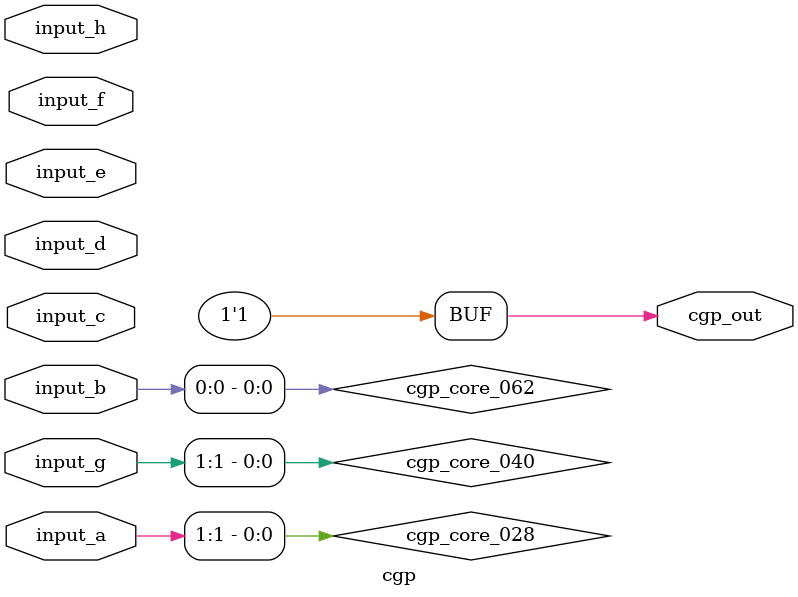
<source format=v>
module cgp(input [1:0] input_a, input [1:0] input_b, input [1:0] input_c, input [1:0] input_d, input [1:0] input_e, input [1:0] input_f, input [1:0] input_g, input [1:0] input_h, output [0:0] cgp_out);
  wire cgp_core_021;
  wire cgp_core_022;
  wire cgp_core_023;
  wire cgp_core_024;
  wire cgp_core_026;
  wire cgp_core_027;
  wire cgp_core_028;
  wire cgp_core_029;
  wire cgp_core_030;
  wire cgp_core_031;
  wire cgp_core_032;
  wire cgp_core_034;
  wire cgp_core_035;
  wire cgp_core_036;
  wire cgp_core_037;
  wire cgp_core_038;
  wire cgp_core_039;
  wire cgp_core_040;
  wire cgp_core_041;
  wire cgp_core_047;
  wire cgp_core_048;
  wire cgp_core_049;
  wire cgp_core_050;
  wire cgp_core_051;
  wire cgp_core_052;
  wire cgp_core_054_not;
  wire cgp_core_055;
  wire cgp_core_061;
  wire cgp_core_062;
  wire cgp_core_065;
  wire cgp_core_067;
  wire cgp_core_068_not;
  wire cgp_core_069_not;
  wire cgp_core_070;
  wire cgp_core_071;
  wire cgp_core_072;
  wire cgp_core_073;
  wire cgp_core_080_not;
  wire cgp_core_081;
  wire cgp_core_082;
  wire cgp_core_084;
  wire cgp_core_085;
  wire cgp_core_086;
  wire cgp_core_088;
  wire cgp_core_089;
  wire cgp_core_091;
  wire cgp_core_092;
  wire cgp_core_093;
  wire cgp_core_094;

  assign cgp_core_021 = input_f[1] ^ input_f[1];
  assign cgp_core_022 = ~input_h[0];
  assign cgp_core_023 = input_f[1] & input_h[1];
  assign cgp_core_024 = input_e[1] | input_g[0];
  assign cgp_core_026 = input_a[1] & input_e[0];
  assign cgp_core_027 = input_e[0] | input_g[0];
  assign cgp_core_028 = input_a[1] & input_a[1];
  assign cgp_core_029 = ~(input_g[1] | input_b[0]);
  assign cgp_core_030 = ~input_b[1];
  assign cgp_core_031 = ~input_a[0];
  assign cgp_core_032 = input_h[0] ^ input_e[1];
  assign cgp_core_034 = ~(input_g[0] | input_b[1]);
  assign cgp_core_035 = input_c[0] & input_a[0];
  assign cgp_core_036 = input_f[1] & input_c[0];
  assign cgp_core_037 = input_g[1] & input_b[0];
  assign cgp_core_038 = ~(input_h[1] | input_b[0]);
  assign cgp_core_039 = ~(input_g[1] | input_f[1]);
  assign cgp_core_040 = input_g[1] | input_g[1];
  assign cgp_core_041 = input_d[1] & cgp_core_034;
  assign cgp_core_047 = ~(input_f[0] & input_e[0]);
  assign cgp_core_048 = input_e[1] ^ input_a[0];
  assign cgp_core_049 = input_g[0] | input_b[1];
  assign cgp_core_050 = ~(input_c[1] & input_c[1]);
  assign cgp_core_051 = input_a[0] & cgp_core_041;
  assign cgp_core_052 = cgp_core_029 ^ input_g[0];
  assign cgp_core_054_not = ~input_d[0];
  assign cgp_core_055 = ~cgp_core_052;
  assign cgp_core_061 = ~(input_c[0] ^ input_a[1]);
  assign cgp_core_062 = input_b[0] & input_b[0];
  assign cgp_core_065 = input_h[0] & input_f[0];
  assign cgp_core_067 = ~(input_e[0] | input_c[0]);
  assign cgp_core_068_not = ~input_h[1];
  assign cgp_core_069_not = ~input_f[0];
  assign cgp_core_070 = ~input_e[0];
  assign cgp_core_071 = ~(input_f[1] | input_h[0]);
  assign cgp_core_072 = input_a[1] & input_f[1];
  assign cgp_core_073 = cgp_core_070 & input_h[0];
  assign cgp_core_080_not = ~input_h[1];
  assign cgp_core_081 = ~(input_b[1] ^ input_g[0]);
  assign cgp_core_082 = input_c[0] ^ input_d[0];
  assign cgp_core_084 = input_c[1] & input_a[0];
  assign cgp_core_085 = ~(cgp_core_084 ^ cgp_core_082);
  assign cgp_core_086 = ~(cgp_core_054_not | input_a[1]);
  assign cgp_core_088 = input_e[0] ^ input_b[1];
  assign cgp_core_089 = cgp_core_050 & cgp_core_088;
  assign cgp_core_091 = ~(input_b[0] ^ input_g[1]);
  assign cgp_core_092 = input_f[0] ^ input_a[1];
  assign cgp_core_093 = input_e[1] | input_f[1];
  assign cgp_core_094 = input_h[0] | input_c[1];

  assign cgp_out[0] = 1'b1;
endmodule
</source>
